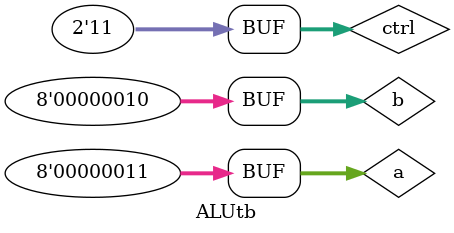
<source format=sv>
`timescale 1ns / 1ps


module ALUtb();

logic [7:0] a,b,Result;
logic [1:0] ctrl;

ALU dut(a,b,ctrl,Result);

initial begin
a= 8'b00000011; b = 8'b00000010; ctrl= 2'b00; #10;
ctrl= 2'b01; #10;
ctrl= 2'b10; #10;
ctrl= 2'b11; #10;

end
endmodule

</source>
